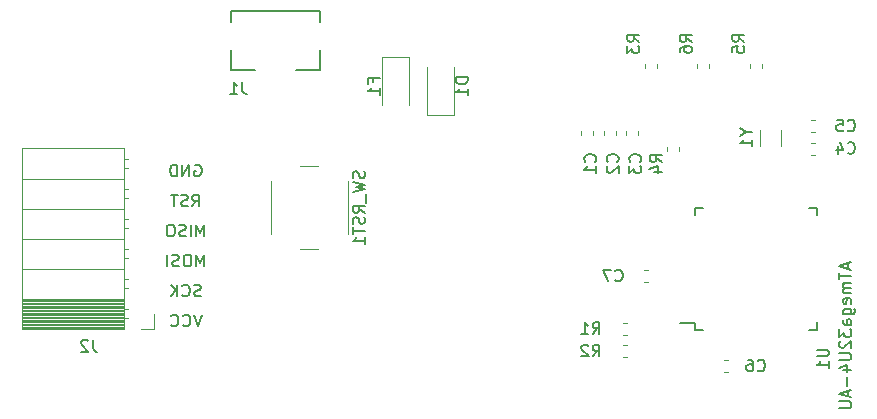
<source format=gbo>
G04 #@! TF.GenerationSoftware,KiCad,Pcbnew,(5.0.0)*
G04 #@! TF.CreationDate,2018-12-24T02:24:05+09:00*
G04 #@! TF.ProjectId,mykeyboard,6D796B6579626F6172642E6B69636164,rev?*
G04 #@! TF.SameCoordinates,Original*
G04 #@! TF.FileFunction,Legend,Bot*
G04 #@! TF.FilePolarity,Positive*
%FSLAX46Y46*%
G04 Gerber Fmt 4.6, Leading zero omitted, Abs format (unit mm)*
G04 Created by KiCad (PCBNEW (5.0.0)) date 12/24/18 02:24:05*
%MOMM*%
%LPD*%
G01*
G04 APERTURE LIST*
%ADD10C,0.150000*%
%ADD11C,0.120000*%
G04 APERTURE END LIST*
D10*
X136691666Y-66247142D02*
X136691666Y-66723333D01*
X136977380Y-66151904D02*
X135977380Y-66485238D01*
X136977380Y-66818571D01*
X135977380Y-67009047D02*
X135977380Y-67580476D01*
X136977380Y-67294761D02*
X135977380Y-67294761D01*
X136977380Y-67913809D02*
X136310714Y-67913809D01*
X136405952Y-67913809D02*
X136358333Y-67961428D01*
X136310714Y-68056666D01*
X136310714Y-68199523D01*
X136358333Y-68294761D01*
X136453571Y-68342380D01*
X136977380Y-68342380D01*
X136453571Y-68342380D02*
X136358333Y-68390000D01*
X136310714Y-68485238D01*
X136310714Y-68628095D01*
X136358333Y-68723333D01*
X136453571Y-68770952D01*
X136977380Y-68770952D01*
X136929761Y-69628095D02*
X136977380Y-69532857D01*
X136977380Y-69342380D01*
X136929761Y-69247142D01*
X136834523Y-69199523D01*
X136453571Y-69199523D01*
X136358333Y-69247142D01*
X136310714Y-69342380D01*
X136310714Y-69532857D01*
X136358333Y-69628095D01*
X136453571Y-69675714D01*
X136548809Y-69675714D01*
X136644047Y-69199523D01*
X136310714Y-70532857D02*
X137120238Y-70532857D01*
X137215476Y-70485238D01*
X137263095Y-70437619D01*
X137310714Y-70342380D01*
X137310714Y-70199523D01*
X137263095Y-70104285D01*
X136929761Y-70532857D02*
X136977380Y-70437619D01*
X136977380Y-70247142D01*
X136929761Y-70151904D01*
X136882142Y-70104285D01*
X136786904Y-70056666D01*
X136501190Y-70056666D01*
X136405952Y-70104285D01*
X136358333Y-70151904D01*
X136310714Y-70247142D01*
X136310714Y-70437619D01*
X136358333Y-70532857D01*
X136977380Y-71437619D02*
X136453571Y-71437619D01*
X136358333Y-71390000D01*
X136310714Y-71294761D01*
X136310714Y-71104285D01*
X136358333Y-71009047D01*
X136929761Y-71437619D02*
X136977380Y-71342380D01*
X136977380Y-71104285D01*
X136929761Y-71009047D01*
X136834523Y-70961428D01*
X136739285Y-70961428D01*
X136644047Y-71009047D01*
X136596428Y-71104285D01*
X136596428Y-71342380D01*
X136548809Y-71437619D01*
X135977380Y-71818571D02*
X135977380Y-72437619D01*
X136358333Y-72104285D01*
X136358333Y-72247142D01*
X136405952Y-72342380D01*
X136453571Y-72390000D01*
X136548809Y-72437619D01*
X136786904Y-72437619D01*
X136882142Y-72390000D01*
X136929761Y-72342380D01*
X136977380Y-72247142D01*
X136977380Y-71961428D01*
X136929761Y-71866190D01*
X136882142Y-71818571D01*
X136072619Y-72818571D02*
X136025000Y-72866190D01*
X135977380Y-72961428D01*
X135977380Y-73199523D01*
X136025000Y-73294761D01*
X136072619Y-73342380D01*
X136167857Y-73390000D01*
X136263095Y-73390000D01*
X136405952Y-73342380D01*
X136977380Y-72770952D01*
X136977380Y-73390000D01*
X135977380Y-73818571D02*
X136786904Y-73818571D01*
X136882142Y-73866190D01*
X136929761Y-73913809D01*
X136977380Y-74009047D01*
X136977380Y-74199523D01*
X136929761Y-74294761D01*
X136882142Y-74342380D01*
X136786904Y-74390000D01*
X135977380Y-74390000D01*
X136310714Y-75294761D02*
X136977380Y-75294761D01*
X135929761Y-75056666D02*
X136644047Y-74818571D01*
X136644047Y-75437619D01*
X136596428Y-75818571D02*
X136596428Y-76580476D01*
X136691666Y-77009047D02*
X136691666Y-77485238D01*
X136977380Y-76913809D02*
X135977380Y-77247142D01*
X136977380Y-77580476D01*
X135977380Y-77913809D02*
X136786904Y-77913809D01*
X136882142Y-77961428D01*
X136929761Y-78009047D01*
X136977380Y-78104285D01*
X136977380Y-78294761D01*
X136929761Y-78389999D01*
X136882142Y-78437619D01*
X136786904Y-78485238D01*
X135977380Y-78485238D01*
X81406904Y-57920000D02*
X81502142Y-57872380D01*
X81645000Y-57872380D01*
X81787857Y-57920000D01*
X81883095Y-58015238D01*
X81930714Y-58110476D01*
X81978333Y-58300952D01*
X81978333Y-58443809D01*
X81930714Y-58634285D01*
X81883095Y-58729523D01*
X81787857Y-58824761D01*
X81645000Y-58872380D01*
X81549761Y-58872380D01*
X81406904Y-58824761D01*
X81359285Y-58777142D01*
X81359285Y-58443809D01*
X81549761Y-58443809D01*
X80930714Y-58872380D02*
X80930714Y-57872380D01*
X80359285Y-58872380D01*
X80359285Y-57872380D01*
X79883095Y-58872380D02*
X79883095Y-57872380D01*
X79645000Y-57872380D01*
X79502142Y-57920000D01*
X79406904Y-58015238D01*
X79359285Y-58110476D01*
X79311666Y-58300952D01*
X79311666Y-58443809D01*
X79359285Y-58634285D01*
X79406904Y-58729523D01*
X79502142Y-58824761D01*
X79645000Y-58872380D01*
X79883095Y-58872380D01*
X81192619Y-61412380D02*
X81525952Y-60936190D01*
X81764047Y-61412380D02*
X81764047Y-60412380D01*
X81383095Y-60412380D01*
X81287857Y-60460000D01*
X81240238Y-60507619D01*
X81192619Y-60602857D01*
X81192619Y-60745714D01*
X81240238Y-60840952D01*
X81287857Y-60888571D01*
X81383095Y-60936190D01*
X81764047Y-60936190D01*
X80811666Y-61364761D02*
X80668809Y-61412380D01*
X80430714Y-61412380D01*
X80335476Y-61364761D01*
X80287857Y-61317142D01*
X80240238Y-61221904D01*
X80240238Y-61126666D01*
X80287857Y-61031428D01*
X80335476Y-60983809D01*
X80430714Y-60936190D01*
X80621190Y-60888571D01*
X80716428Y-60840952D01*
X80764047Y-60793333D01*
X80811666Y-60698095D01*
X80811666Y-60602857D01*
X80764047Y-60507619D01*
X80716428Y-60460000D01*
X80621190Y-60412380D01*
X80383095Y-60412380D01*
X80240238Y-60460000D01*
X79954523Y-60412380D02*
X79383095Y-60412380D01*
X79668809Y-61412380D02*
X79668809Y-60412380D01*
X82216428Y-63952380D02*
X82216428Y-62952380D01*
X81883095Y-63666666D01*
X81549761Y-62952380D01*
X81549761Y-63952380D01*
X81073571Y-63952380D02*
X81073571Y-62952380D01*
X80645000Y-63904761D02*
X80502142Y-63952380D01*
X80264047Y-63952380D01*
X80168809Y-63904761D01*
X80121190Y-63857142D01*
X80073571Y-63761904D01*
X80073571Y-63666666D01*
X80121190Y-63571428D01*
X80168809Y-63523809D01*
X80264047Y-63476190D01*
X80454523Y-63428571D01*
X80549761Y-63380952D01*
X80597380Y-63333333D01*
X80645000Y-63238095D01*
X80645000Y-63142857D01*
X80597380Y-63047619D01*
X80549761Y-63000000D01*
X80454523Y-62952380D01*
X80216428Y-62952380D01*
X80073571Y-63000000D01*
X79454523Y-62952380D02*
X79264047Y-62952380D01*
X79168809Y-63000000D01*
X79073571Y-63095238D01*
X79025952Y-63285714D01*
X79025952Y-63619047D01*
X79073571Y-63809523D01*
X79168809Y-63904761D01*
X79264047Y-63952380D01*
X79454523Y-63952380D01*
X79549761Y-63904761D01*
X79645000Y-63809523D01*
X79692619Y-63619047D01*
X79692619Y-63285714D01*
X79645000Y-63095238D01*
X79549761Y-63000000D01*
X79454523Y-62952380D01*
X82216428Y-66492380D02*
X82216428Y-65492380D01*
X81883095Y-66206666D01*
X81549761Y-65492380D01*
X81549761Y-66492380D01*
X80883095Y-65492380D02*
X80692619Y-65492380D01*
X80597380Y-65540000D01*
X80502142Y-65635238D01*
X80454523Y-65825714D01*
X80454523Y-66159047D01*
X80502142Y-66349523D01*
X80597380Y-66444761D01*
X80692619Y-66492380D01*
X80883095Y-66492380D01*
X80978333Y-66444761D01*
X81073571Y-66349523D01*
X81121190Y-66159047D01*
X81121190Y-65825714D01*
X81073571Y-65635238D01*
X80978333Y-65540000D01*
X80883095Y-65492380D01*
X80073571Y-66444761D02*
X79930714Y-66492380D01*
X79692619Y-66492380D01*
X79597380Y-66444761D01*
X79549761Y-66397142D01*
X79502142Y-66301904D01*
X79502142Y-66206666D01*
X79549761Y-66111428D01*
X79597380Y-66063809D01*
X79692619Y-66016190D01*
X79883095Y-65968571D01*
X79978333Y-65920952D01*
X80025952Y-65873333D01*
X80073571Y-65778095D01*
X80073571Y-65682857D01*
X80025952Y-65587619D01*
X79978333Y-65540000D01*
X79883095Y-65492380D01*
X79645000Y-65492380D01*
X79502142Y-65540000D01*
X79073571Y-66492380D02*
X79073571Y-65492380D01*
X81930714Y-68984761D02*
X81787857Y-69032380D01*
X81549761Y-69032380D01*
X81454523Y-68984761D01*
X81406904Y-68937142D01*
X81359285Y-68841904D01*
X81359285Y-68746666D01*
X81406904Y-68651428D01*
X81454523Y-68603809D01*
X81549761Y-68556190D01*
X81740238Y-68508571D01*
X81835476Y-68460952D01*
X81883095Y-68413333D01*
X81930714Y-68318095D01*
X81930714Y-68222857D01*
X81883095Y-68127619D01*
X81835476Y-68080000D01*
X81740238Y-68032380D01*
X81502142Y-68032380D01*
X81359285Y-68080000D01*
X80359285Y-68937142D02*
X80406904Y-68984761D01*
X80549761Y-69032380D01*
X80645000Y-69032380D01*
X80787857Y-68984761D01*
X80883095Y-68889523D01*
X80930714Y-68794285D01*
X80978333Y-68603809D01*
X80978333Y-68460952D01*
X80930714Y-68270476D01*
X80883095Y-68175238D01*
X80787857Y-68080000D01*
X80645000Y-68032380D01*
X80549761Y-68032380D01*
X80406904Y-68080000D01*
X80359285Y-68127619D01*
X79930714Y-69032380D02*
X79930714Y-68032380D01*
X79359285Y-69032380D02*
X79787857Y-68460952D01*
X79359285Y-68032380D02*
X79930714Y-68603809D01*
X81978333Y-70572380D02*
X81645000Y-71572380D01*
X81311666Y-70572380D01*
X80406904Y-71477142D02*
X80454523Y-71524761D01*
X80597380Y-71572380D01*
X80692619Y-71572380D01*
X80835476Y-71524761D01*
X80930714Y-71429523D01*
X80978333Y-71334285D01*
X81025952Y-71143809D01*
X81025952Y-71000952D01*
X80978333Y-70810476D01*
X80930714Y-70715238D01*
X80835476Y-70620000D01*
X80692619Y-70572380D01*
X80597380Y-70572380D01*
X80454523Y-70620000D01*
X80406904Y-70667619D01*
X79406904Y-71477142D02*
X79454523Y-71524761D01*
X79597380Y-71572380D01*
X79692619Y-71572380D01*
X79835476Y-71524761D01*
X79930714Y-71429523D01*
X79978333Y-71334285D01*
X80025952Y-71143809D01*
X80025952Y-71000952D01*
X79978333Y-70810476D01*
X79930714Y-70715238D01*
X79835476Y-70620000D01*
X79692619Y-70572380D01*
X79597380Y-70572380D01*
X79454523Y-70620000D01*
X79406904Y-70667619D01*
D11*
G04 #@! TO.C,SW_RST1*
X90345000Y-58020000D02*
X91845000Y-58020000D01*
X94345000Y-59270000D02*
X94345000Y-63770000D01*
X91845000Y-65020000D02*
X90345000Y-65020000D01*
X87845000Y-63770000D02*
X87845000Y-59270000D01*
G04 #@! TO.C,J2*
X76835000Y-71815000D02*
X77945000Y-71815000D01*
X77945000Y-71815000D02*
X77945000Y-70485000D01*
X66745000Y-71815000D02*
X66745000Y-56455000D01*
X66745000Y-56455000D02*
X75375000Y-56455000D01*
X75375000Y-71815000D02*
X75375000Y-56455000D01*
X66745000Y-71815000D02*
X75375000Y-71815000D01*
X66745000Y-59055000D02*
X75375000Y-59055000D01*
X66745000Y-61595000D02*
X75375000Y-61595000D01*
X66745000Y-64135000D02*
X75375000Y-64135000D01*
X66745000Y-66675000D02*
X75375000Y-66675000D01*
X66745000Y-69215000D02*
X75375000Y-69215000D01*
X75375000Y-57425000D02*
X75785000Y-57425000D01*
X75375000Y-58145000D02*
X75785000Y-58145000D01*
X75375000Y-59965000D02*
X75785000Y-59965000D01*
X75375000Y-60685000D02*
X75785000Y-60685000D01*
X75375000Y-62505000D02*
X75785000Y-62505000D01*
X75375000Y-63225000D02*
X75785000Y-63225000D01*
X75375000Y-65045000D02*
X75785000Y-65045000D01*
X75375000Y-65765000D02*
X75785000Y-65765000D01*
X75375000Y-67585000D02*
X75785000Y-67585000D01*
X75375000Y-68305000D02*
X75785000Y-68305000D01*
X75375000Y-70125000D02*
X75725000Y-70125000D01*
X75375000Y-70845000D02*
X75725000Y-70845000D01*
X66745000Y-69333100D02*
X75375000Y-69333100D01*
X66745000Y-69451195D02*
X75375000Y-69451195D01*
X66745000Y-69569290D02*
X75375000Y-69569290D01*
X66745000Y-69687385D02*
X75375000Y-69687385D01*
X66745000Y-69805480D02*
X75375000Y-69805480D01*
X66745000Y-69923575D02*
X75375000Y-69923575D01*
X66745000Y-70041670D02*
X75375000Y-70041670D01*
X66745000Y-70159765D02*
X75375000Y-70159765D01*
X66745000Y-70277860D02*
X75375000Y-70277860D01*
X66745000Y-70395955D02*
X75375000Y-70395955D01*
X66745000Y-70514050D02*
X75375000Y-70514050D01*
X66745000Y-70632145D02*
X75375000Y-70632145D01*
X66745000Y-70750240D02*
X75375000Y-70750240D01*
X66745000Y-70868335D02*
X75375000Y-70868335D01*
X66745000Y-70986430D02*
X75375000Y-70986430D01*
X66745000Y-71104525D02*
X75375000Y-71104525D01*
X66745000Y-71222620D02*
X75375000Y-71222620D01*
X66745000Y-71340715D02*
X75375000Y-71340715D01*
X66745000Y-71458810D02*
X75375000Y-71458810D01*
X66745000Y-71576905D02*
X75375000Y-71576905D01*
X66745000Y-71695000D02*
X75375000Y-71695000D01*
D10*
G04 #@! TO.C,J1*
X92015000Y-49840000D02*
X92015000Y-48190000D01*
X84515000Y-49840000D02*
X84515000Y-48190000D01*
X84515000Y-49840000D02*
X86515000Y-49840000D01*
X92015000Y-45790000D02*
X92015000Y-44840000D01*
X90015000Y-49840000D02*
X92015000Y-49840000D01*
X84515000Y-44840000D02*
X84515000Y-45790000D01*
X92015000Y-44840000D02*
X84515000Y-44840000D01*
D11*
G04 #@! TO.C,C1*
X115148024Y-55056242D02*
X115148024Y-55398776D01*
X114128024Y-55056242D02*
X114128024Y-55398776D01*
G04 #@! TO.C,C2*
X117053024Y-55056242D02*
X117053024Y-55398776D01*
X116033024Y-55056242D02*
X116033024Y-55398776D01*
G04 #@! TO.C,C3*
X117938024Y-55056242D02*
X117938024Y-55398776D01*
X118958024Y-55056242D02*
X118958024Y-55398776D01*
G04 #@! TO.C,C4*
X133573733Y-57025000D02*
X133916267Y-57025000D01*
X133573733Y-56005000D02*
X133916267Y-56005000D01*
G04 #@! TO.C,C5*
X133573733Y-54100000D02*
X133916267Y-54100000D01*
X133573733Y-55120000D02*
X133916267Y-55120000D01*
G04 #@! TO.C,C6*
X126536267Y-74420000D02*
X126193733Y-74420000D01*
X126536267Y-75440000D02*
X126193733Y-75440000D01*
G04 #@! TO.C,C7*
X119791267Y-66800000D02*
X119448733Y-66800000D01*
X119791267Y-67820000D02*
X119448733Y-67820000D01*
G04 #@! TO.C,D1*
X101100000Y-53677500D02*
X101100000Y-49617500D01*
X103370000Y-53677500D02*
X101100000Y-53677500D01*
X103370000Y-49617500D02*
X103370000Y-53677500D01*
G04 #@! TO.C,F1*
X97290000Y-52817500D02*
X97290000Y-48757500D01*
X97290000Y-48757500D02*
X99560000Y-48757500D01*
X99560000Y-48757500D02*
X99560000Y-52817500D01*
G04 #@! TO.C,R1*
X117698733Y-72265000D02*
X118041267Y-72265000D01*
X117698733Y-71245000D02*
X118041267Y-71245000D01*
G04 #@! TO.C,R2*
X117698733Y-73150000D02*
X118041267Y-73150000D01*
X117698733Y-74170000D02*
X118041267Y-74170000D01*
G04 #@! TO.C,R3*
X119505000Y-49358733D02*
X119505000Y-49701267D01*
X120525000Y-49358733D02*
X120525000Y-49701267D01*
G04 #@! TO.C,R4*
X122430000Y-56343733D02*
X122430000Y-56686267D01*
X121410000Y-56343733D02*
X121410000Y-56686267D01*
G04 #@! TO.C,R5*
X129415000Y-49358733D02*
X129415000Y-49701267D01*
X128395000Y-49358733D02*
X128395000Y-49701267D01*
G04 #@! TO.C,R6*
X123950000Y-49358733D02*
X123950000Y-49701267D01*
X124970000Y-49358733D02*
X124970000Y-49701267D01*
D10*
G04 #@! TO.C,U1*
X123730000Y-71850000D02*
X123730000Y-71275000D01*
X134080000Y-71850000D02*
X134080000Y-71175000D01*
X134080000Y-61500000D02*
X134080000Y-62175000D01*
X123730000Y-61500000D02*
X123730000Y-62175000D01*
X123730000Y-71850000D02*
X124405000Y-71850000D01*
X123730000Y-61500000D02*
X124405000Y-61500000D01*
X134080000Y-61500000D02*
X133405000Y-61500000D01*
X134080000Y-71850000D02*
X133405000Y-71850000D01*
X123730000Y-71275000D02*
X122455000Y-71275000D01*
D11*
G04 #@! TO.C,Y1*
X131002197Y-54937886D02*
X131002197Y-56287886D01*
X129252197Y-54937886D02*
X129252197Y-56287886D01*
G04 #@! TO.C,SW_RST1*
D10*
X95749761Y-58448571D02*
X95797380Y-58591428D01*
X95797380Y-58829523D01*
X95749761Y-58924761D01*
X95702142Y-58972380D01*
X95606904Y-59020000D01*
X95511666Y-59020000D01*
X95416428Y-58972380D01*
X95368809Y-58924761D01*
X95321190Y-58829523D01*
X95273571Y-58639047D01*
X95225952Y-58543809D01*
X95178333Y-58496190D01*
X95083095Y-58448571D01*
X94987857Y-58448571D01*
X94892619Y-58496190D01*
X94845000Y-58543809D01*
X94797380Y-58639047D01*
X94797380Y-58877142D01*
X94845000Y-59020000D01*
X94797380Y-59353333D02*
X95797380Y-59591428D01*
X95083095Y-59781904D01*
X95797380Y-59972380D01*
X94797380Y-60210476D01*
X95892619Y-60353333D02*
X95892619Y-61115238D01*
X95797380Y-61924761D02*
X95321190Y-61591428D01*
X95797380Y-61353333D02*
X94797380Y-61353333D01*
X94797380Y-61734285D01*
X94845000Y-61829523D01*
X94892619Y-61877142D01*
X94987857Y-61924761D01*
X95130714Y-61924761D01*
X95225952Y-61877142D01*
X95273571Y-61829523D01*
X95321190Y-61734285D01*
X95321190Y-61353333D01*
X95749761Y-62305714D02*
X95797380Y-62448571D01*
X95797380Y-62686666D01*
X95749761Y-62781904D01*
X95702142Y-62829523D01*
X95606904Y-62877142D01*
X95511666Y-62877142D01*
X95416428Y-62829523D01*
X95368809Y-62781904D01*
X95321190Y-62686666D01*
X95273571Y-62496190D01*
X95225952Y-62400952D01*
X95178333Y-62353333D01*
X95083095Y-62305714D01*
X94987857Y-62305714D01*
X94892619Y-62353333D01*
X94845000Y-62400952D01*
X94797380Y-62496190D01*
X94797380Y-62734285D01*
X94845000Y-62877142D01*
X94797380Y-63162857D02*
X94797380Y-63734285D01*
X95797380Y-63448571D02*
X94797380Y-63448571D01*
X95797380Y-64591428D02*
X95797380Y-64020000D01*
X95797380Y-64305714D02*
X94797380Y-64305714D01*
X94940238Y-64210476D01*
X95035476Y-64115238D01*
X95083095Y-64020000D01*
G04 #@! TO.C,J2*
X72788333Y-72707380D02*
X72788333Y-73421666D01*
X72835952Y-73564523D01*
X72931190Y-73659761D01*
X73074047Y-73707380D01*
X73169285Y-73707380D01*
X72359761Y-72802619D02*
X72312142Y-72755000D01*
X72216904Y-72707380D01*
X71978809Y-72707380D01*
X71883571Y-72755000D01*
X71835952Y-72802619D01*
X71788333Y-72897857D01*
X71788333Y-72993095D01*
X71835952Y-73135952D01*
X72407380Y-73707380D01*
X71788333Y-73707380D01*
G04 #@! TO.C,J1*
X85423333Y-50887380D02*
X85423333Y-51601666D01*
X85470952Y-51744523D01*
X85566190Y-51839761D01*
X85709047Y-51887380D01*
X85804285Y-51887380D01*
X84423333Y-51887380D02*
X84994761Y-51887380D01*
X84709047Y-51887380D02*
X84709047Y-50887380D01*
X84804285Y-51030238D01*
X84899523Y-51125476D01*
X84994761Y-51173095D01*
G04 #@! TO.C,C1*
X115292142Y-57618333D02*
X115339761Y-57570714D01*
X115387380Y-57427857D01*
X115387380Y-57332619D01*
X115339761Y-57189761D01*
X115244523Y-57094523D01*
X115149285Y-57046904D01*
X114958809Y-56999285D01*
X114815952Y-56999285D01*
X114625476Y-57046904D01*
X114530238Y-57094523D01*
X114435000Y-57189761D01*
X114387380Y-57332619D01*
X114387380Y-57427857D01*
X114435000Y-57570714D01*
X114482619Y-57618333D01*
X115387380Y-58570714D02*
X115387380Y-57999285D01*
X115387380Y-58285000D02*
X114387380Y-58285000D01*
X114530238Y-58189761D01*
X114625476Y-58094523D01*
X114673095Y-57999285D01*
G04 #@! TO.C,C2*
X117197142Y-57618333D02*
X117244761Y-57570714D01*
X117292380Y-57427857D01*
X117292380Y-57332619D01*
X117244761Y-57189761D01*
X117149523Y-57094523D01*
X117054285Y-57046904D01*
X116863809Y-56999285D01*
X116720952Y-56999285D01*
X116530476Y-57046904D01*
X116435238Y-57094523D01*
X116340000Y-57189761D01*
X116292380Y-57332619D01*
X116292380Y-57427857D01*
X116340000Y-57570714D01*
X116387619Y-57618333D01*
X116387619Y-57999285D02*
X116340000Y-58046904D01*
X116292380Y-58142142D01*
X116292380Y-58380238D01*
X116340000Y-58475476D01*
X116387619Y-58523095D01*
X116482857Y-58570714D01*
X116578095Y-58570714D01*
X116720952Y-58523095D01*
X117292380Y-57951666D01*
X117292380Y-58570714D01*
G04 #@! TO.C,C3*
X119102142Y-57618333D02*
X119149761Y-57570714D01*
X119197380Y-57427857D01*
X119197380Y-57332619D01*
X119149761Y-57189761D01*
X119054523Y-57094523D01*
X118959285Y-57046904D01*
X118768809Y-56999285D01*
X118625952Y-56999285D01*
X118435476Y-57046904D01*
X118340238Y-57094523D01*
X118245000Y-57189761D01*
X118197380Y-57332619D01*
X118197380Y-57427857D01*
X118245000Y-57570714D01*
X118292619Y-57618333D01*
X118197380Y-57951666D02*
X118197380Y-58570714D01*
X118578333Y-58237380D01*
X118578333Y-58380238D01*
X118625952Y-58475476D01*
X118673571Y-58523095D01*
X118768809Y-58570714D01*
X119006904Y-58570714D01*
X119102142Y-58523095D01*
X119149761Y-58475476D01*
X119197380Y-58380238D01*
X119197380Y-58094523D01*
X119149761Y-57999285D01*
X119102142Y-57951666D01*
G04 #@! TO.C,C4*
X136691666Y-56872142D02*
X136739285Y-56919761D01*
X136882142Y-56967380D01*
X136977380Y-56967380D01*
X137120238Y-56919761D01*
X137215476Y-56824523D01*
X137263095Y-56729285D01*
X137310714Y-56538809D01*
X137310714Y-56395952D01*
X137263095Y-56205476D01*
X137215476Y-56110238D01*
X137120238Y-56015000D01*
X136977380Y-55967380D01*
X136882142Y-55967380D01*
X136739285Y-56015000D01*
X136691666Y-56062619D01*
X135834523Y-56300714D02*
X135834523Y-56967380D01*
X136072619Y-55919761D02*
X136310714Y-56634047D01*
X135691666Y-56634047D01*
G04 #@! TO.C,C5*
X136691666Y-54967142D02*
X136739285Y-55014761D01*
X136882142Y-55062380D01*
X136977380Y-55062380D01*
X137120238Y-55014761D01*
X137215476Y-54919523D01*
X137263095Y-54824285D01*
X137310714Y-54633809D01*
X137310714Y-54490952D01*
X137263095Y-54300476D01*
X137215476Y-54205238D01*
X137120238Y-54110000D01*
X136977380Y-54062380D01*
X136882142Y-54062380D01*
X136739285Y-54110000D01*
X136691666Y-54157619D01*
X135786904Y-54062380D02*
X136263095Y-54062380D01*
X136310714Y-54538571D01*
X136263095Y-54490952D01*
X136167857Y-54443333D01*
X135929761Y-54443333D01*
X135834523Y-54490952D01*
X135786904Y-54538571D01*
X135739285Y-54633809D01*
X135739285Y-54871904D01*
X135786904Y-54967142D01*
X135834523Y-55014761D01*
X135929761Y-55062380D01*
X136167857Y-55062380D01*
X136263095Y-55014761D01*
X136310714Y-54967142D01*
G04 #@! TO.C,C6*
X129071666Y-75287142D02*
X129119285Y-75334761D01*
X129262142Y-75382380D01*
X129357380Y-75382380D01*
X129500238Y-75334761D01*
X129595476Y-75239523D01*
X129643095Y-75144285D01*
X129690714Y-74953809D01*
X129690714Y-74810952D01*
X129643095Y-74620476D01*
X129595476Y-74525238D01*
X129500238Y-74430000D01*
X129357380Y-74382380D01*
X129262142Y-74382380D01*
X129119285Y-74430000D01*
X129071666Y-74477619D01*
X128214523Y-74382380D02*
X128405000Y-74382380D01*
X128500238Y-74430000D01*
X128547857Y-74477619D01*
X128643095Y-74620476D01*
X128690714Y-74810952D01*
X128690714Y-75191904D01*
X128643095Y-75287142D01*
X128595476Y-75334761D01*
X128500238Y-75382380D01*
X128309761Y-75382380D01*
X128214523Y-75334761D01*
X128166904Y-75287142D01*
X128119285Y-75191904D01*
X128119285Y-74953809D01*
X128166904Y-74858571D01*
X128214523Y-74810952D01*
X128309761Y-74763333D01*
X128500238Y-74763333D01*
X128595476Y-74810952D01*
X128643095Y-74858571D01*
X128690714Y-74953809D01*
G04 #@! TO.C,C7*
X117006666Y-67667142D02*
X117054285Y-67714761D01*
X117197142Y-67762380D01*
X117292380Y-67762380D01*
X117435238Y-67714761D01*
X117530476Y-67619523D01*
X117578095Y-67524285D01*
X117625714Y-67333809D01*
X117625714Y-67190952D01*
X117578095Y-67000476D01*
X117530476Y-66905238D01*
X117435238Y-66810000D01*
X117292380Y-66762380D01*
X117197142Y-66762380D01*
X117054285Y-66810000D01*
X117006666Y-66857619D01*
X116673333Y-66762380D02*
X116006666Y-66762380D01*
X116435238Y-67762380D01*
G04 #@! TO.C,D1*
X104507380Y-50479404D02*
X103507380Y-50479404D01*
X103507380Y-50717500D01*
X103555000Y-50860357D01*
X103650238Y-50955595D01*
X103745476Y-51003214D01*
X103935952Y-51050833D01*
X104078809Y-51050833D01*
X104269285Y-51003214D01*
X104364523Y-50955595D01*
X104459761Y-50860357D01*
X104507380Y-50717500D01*
X104507380Y-50479404D01*
X104507380Y-52003214D02*
X104507380Y-51431785D01*
X104507380Y-51717500D02*
X103507380Y-51717500D01*
X103650238Y-51622261D01*
X103745476Y-51527023D01*
X103793095Y-51431785D01*
G04 #@! TO.C,F1*
X96533571Y-50884166D02*
X96533571Y-50550833D01*
X97057380Y-50550833D02*
X96057380Y-50550833D01*
X96057380Y-51027023D01*
X97057380Y-51931785D02*
X97057380Y-51360357D01*
X97057380Y-51646071D02*
X96057380Y-51646071D01*
X96200238Y-51550833D01*
X96295476Y-51455595D01*
X96343095Y-51360357D01*
G04 #@! TO.C,R1*
X115101666Y-72207380D02*
X115435000Y-71731190D01*
X115673095Y-72207380D02*
X115673095Y-71207380D01*
X115292142Y-71207380D01*
X115196904Y-71255000D01*
X115149285Y-71302619D01*
X115101666Y-71397857D01*
X115101666Y-71540714D01*
X115149285Y-71635952D01*
X115196904Y-71683571D01*
X115292142Y-71731190D01*
X115673095Y-71731190D01*
X114149285Y-72207380D02*
X114720714Y-72207380D01*
X114435000Y-72207380D02*
X114435000Y-71207380D01*
X114530238Y-71350238D01*
X114625476Y-71445476D01*
X114720714Y-71493095D01*
G04 #@! TO.C,R2*
X115101666Y-74112380D02*
X115435000Y-73636190D01*
X115673095Y-74112380D02*
X115673095Y-73112380D01*
X115292142Y-73112380D01*
X115196904Y-73160000D01*
X115149285Y-73207619D01*
X115101666Y-73302857D01*
X115101666Y-73445714D01*
X115149285Y-73540952D01*
X115196904Y-73588571D01*
X115292142Y-73636190D01*
X115673095Y-73636190D01*
X114720714Y-73207619D02*
X114673095Y-73160000D01*
X114577857Y-73112380D01*
X114339761Y-73112380D01*
X114244523Y-73160000D01*
X114196904Y-73207619D01*
X114149285Y-73302857D01*
X114149285Y-73398095D01*
X114196904Y-73540952D01*
X114768333Y-74112380D01*
X114149285Y-74112380D01*
G04 #@! TO.C,R3*
X119037380Y-47458333D02*
X118561190Y-47125000D01*
X119037380Y-46886904D02*
X118037380Y-46886904D01*
X118037380Y-47267857D01*
X118085000Y-47363095D01*
X118132619Y-47410714D01*
X118227857Y-47458333D01*
X118370714Y-47458333D01*
X118465952Y-47410714D01*
X118513571Y-47363095D01*
X118561190Y-47267857D01*
X118561190Y-46886904D01*
X118037380Y-47791666D02*
X118037380Y-48410714D01*
X118418333Y-48077380D01*
X118418333Y-48220238D01*
X118465952Y-48315476D01*
X118513571Y-48363095D01*
X118608809Y-48410714D01*
X118846904Y-48410714D01*
X118942142Y-48363095D01*
X118989761Y-48315476D01*
X119037380Y-48220238D01*
X119037380Y-47934523D01*
X118989761Y-47839285D01*
X118942142Y-47791666D01*
G04 #@! TO.C,R4*
X120942380Y-57618333D02*
X120466190Y-57285000D01*
X120942380Y-57046904D02*
X119942380Y-57046904D01*
X119942380Y-57427857D01*
X119990000Y-57523095D01*
X120037619Y-57570714D01*
X120132857Y-57618333D01*
X120275714Y-57618333D01*
X120370952Y-57570714D01*
X120418571Y-57523095D01*
X120466190Y-57427857D01*
X120466190Y-57046904D01*
X120275714Y-58475476D02*
X120942380Y-58475476D01*
X119894761Y-58237380D02*
X120609047Y-57999285D01*
X120609047Y-58618333D01*
G04 #@! TO.C,R5*
X127927380Y-47458333D02*
X127451190Y-47125000D01*
X127927380Y-46886904D02*
X126927380Y-46886904D01*
X126927380Y-47267857D01*
X126975000Y-47363095D01*
X127022619Y-47410714D01*
X127117857Y-47458333D01*
X127260714Y-47458333D01*
X127355952Y-47410714D01*
X127403571Y-47363095D01*
X127451190Y-47267857D01*
X127451190Y-46886904D01*
X126927380Y-48363095D02*
X126927380Y-47886904D01*
X127403571Y-47839285D01*
X127355952Y-47886904D01*
X127308333Y-47982142D01*
X127308333Y-48220238D01*
X127355952Y-48315476D01*
X127403571Y-48363095D01*
X127498809Y-48410714D01*
X127736904Y-48410714D01*
X127832142Y-48363095D01*
X127879761Y-48315476D01*
X127927380Y-48220238D01*
X127927380Y-47982142D01*
X127879761Y-47886904D01*
X127832142Y-47839285D01*
G04 #@! TO.C,R6*
X123482380Y-47458333D02*
X123006190Y-47125000D01*
X123482380Y-46886904D02*
X122482380Y-46886904D01*
X122482380Y-47267857D01*
X122530000Y-47363095D01*
X122577619Y-47410714D01*
X122672857Y-47458333D01*
X122815714Y-47458333D01*
X122910952Y-47410714D01*
X122958571Y-47363095D01*
X123006190Y-47267857D01*
X123006190Y-46886904D01*
X122482380Y-48315476D02*
X122482380Y-48125000D01*
X122530000Y-48029761D01*
X122577619Y-47982142D01*
X122720476Y-47886904D01*
X122910952Y-47839285D01*
X123291904Y-47839285D01*
X123387142Y-47886904D01*
X123434761Y-47934523D01*
X123482380Y-48029761D01*
X123482380Y-48220238D01*
X123434761Y-48315476D01*
X123387142Y-48363095D01*
X123291904Y-48410714D01*
X123053809Y-48410714D01*
X122958571Y-48363095D01*
X122910952Y-48315476D01*
X122863333Y-48220238D01*
X122863333Y-48029761D01*
X122910952Y-47934523D01*
X122958571Y-47886904D01*
X123053809Y-47839285D01*
G04 #@! TO.C,U1*
X134072380Y-73533095D02*
X134881904Y-73533095D01*
X134977142Y-73580714D01*
X135024761Y-73628333D01*
X135072380Y-73723571D01*
X135072380Y-73914047D01*
X135024761Y-74009285D01*
X134977142Y-74056904D01*
X134881904Y-74104523D01*
X134072380Y-74104523D01*
X135072380Y-75104523D02*
X135072380Y-74533095D01*
X135072380Y-74818809D02*
X134072380Y-74818809D01*
X134215238Y-74723571D01*
X134310476Y-74628333D01*
X134358095Y-74533095D01*
G04 #@! TO.C,Y1*
X128103387Y-55136695D02*
X128579577Y-55136695D01*
X127579577Y-54803362D02*
X128103387Y-55136695D01*
X127579577Y-55470028D01*
X128579577Y-56327171D02*
X128579577Y-55755743D01*
X128579577Y-56041457D02*
X127579577Y-56041457D01*
X127722435Y-55946219D01*
X127817673Y-55850981D01*
X127865292Y-55755743D01*
G04 #@! TD*
M02*

</source>
